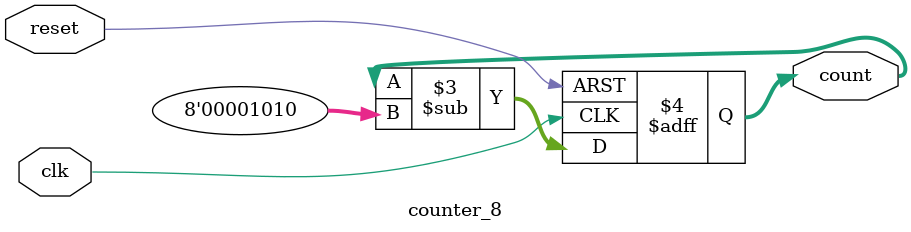
<source format=v>
/* contador parametrizado do tutorial modificado para 16 bits e contando de 10 em 10 para trás */

`timescale 1ns / 1ns
module counter_16 (count, clk, reset);
	parameter bits = 16;
	
	input clk, reset;
	output [bits-1:0] count;
	
	counter_8 contador (count, clk, reset);
		defparam contador.bits = bits;
endmodule


module counter_8 (count, clk, reset);
	parameter bits = 8;
	output [bits-1:0] count;
	input clk, reset;

	reg [bits-1:0] count;
	parameter tpd_reset_to_count = 3;
	parameter tpd_clk_to_count   = 2;

	function [bits-1:0] increment;
		input [bits-1:0] val;
		reg [3:0] i;
		reg carry;
		begin
			increment = val;
			carry = 1'b1;
    /* 
     * Exit this loop when carry == zero, OR all bits processed 
     */ 
			for (i = 4'b0; ((carry == 4'b1) && (i <= 7));  i = i+ 4'b1)
			begin
				increment[i] = val[i] ^ carry;
				carry = val[i] & carry;
			end
		end       
	endfunction

always @ (posedge clk or posedge reset)
  if (reset)
     count = 8'd0;
  else
     count <= count - 8'd10;

endmodule

</source>
